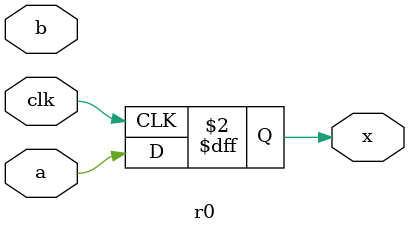
<source format=v>
module gld(input clk,a,output x0,x1) ;
    g0 U0(.clk(clk),.a(a),         .x(x0));
    g0 U1(.clk(clk),.a(a),         .x(x1));
endmodule // gld
module g0(input clk,a,  output reg x) ;
    always @(posedge clk) x <= a ;
endmodule // g0

module rvs(input clk,a,output x0,x1) ;
    r0 U0(.clk(clk),.a(a),.b(1'b0),.x(x0));
    r0 U1(.clk(clk),.a(a),.b(    ),.x(x1));
endmodule // rvs
module r0(input clk,a,b,output reg x) ;
    always @(posedge clk) x <= a ;
endmodule // r0


	

</source>
